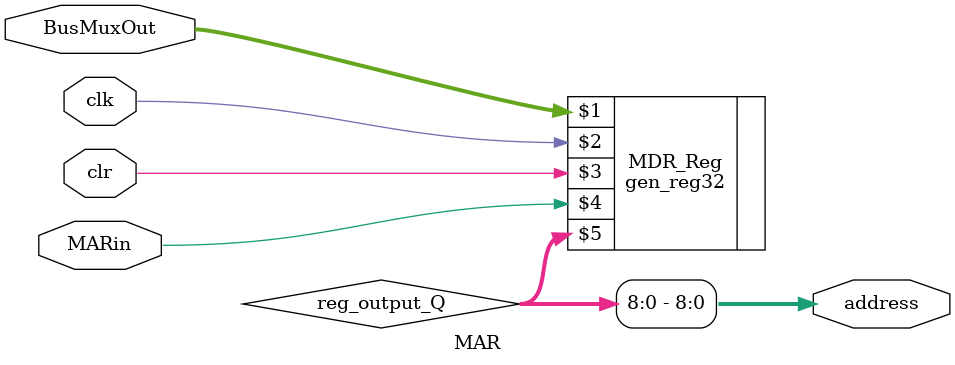
<source format=v>
module MAR(
	input [31:0] BusMuxOut,
	input clr,
	input clk,
	input MARin,
  output [8:0] address
  );

	wire [31:0] reg_output_Q;

	gen_reg32 MDR_Reg(BusMuxOut, clk, clr, MARin, reg_output_Q);

  assign address = reg_output_Q[8:0];

endmodule

</source>
